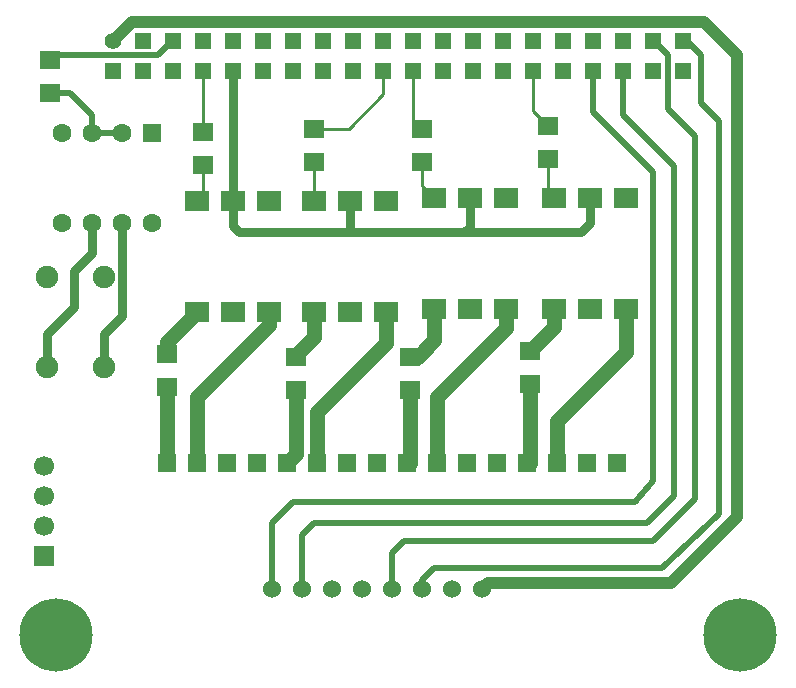
<source format=gbl>
G04 ---------------------------- Layer name :BOTTOM LAYER*
G04 Sat, 24 Nov 2018 04:00:05 GMT*
G04 67e7144068ef4060983f5ba8a8309223*
G04 Gerber Generator version 0.2*
G04 Scale: 100 percent, Rotated: No, Reflected: No *
G04 Dimensions in inches *
G04 leading zeros omitted , absolute positions ,2 integer and 4 decimal *
%FSLAX24Y24*%
%MOIN*%
G90*
G70D02*

%ADD10C,0.010000*%
%ADD12C,0.030000*%
%ADD13C,0.040000*%
%ADD15C,0.050000*%
%ADD16C,0.020000*%
%ADD17R,0.078740X0.070866*%
%ADD18R,0.070900X0.063000*%
%ADD20R,0.063000X0.063000*%
%ADD21C,0.063000*%
%ADD22C,0.075000*%
%ADD23R,0.066929X0.066929*%
%ADD24C,0.066929*%
%ADD25C,0.060000*%
%ADD26C,0.244100*%
%ADD27R,0.055700X0.055700*%
%ADD28C,0.055700*%
%ADD29R,0.062000X0.062000*%

G04 ---------------------------- copperAreaA Start*

G04 ---------------------------- copperAreaA End*

G04 ---------------------------- planeZoneA Start*

G04 ---------------------------- planeZoneA End*

G04 ---------------------------- Positive polarity*

%LPD*%

G04 ---------------------------- track start*
G54D12*
G01X2700Y15100D02*
G01X2700Y14100D01*
G01X2100Y13500D01*
G01X2100Y12300D01*
G01X1200Y11400D01*
G01X1200Y10300D01*
G01X3700Y15100D02*
G01X3700Y12000D01*
G01X3100Y11400D01*
G01X3100Y10300D01*
G54D13*
G01X15700Y2900D02*
G01X15900Y3100D01*
G01X22000Y3100D01*
G01X24200Y5300D01*
G01X24200Y17809D01*
G01X24200Y20698D01*
G01X23105Y21800D01*
G01X4030Y21800D01*
G01X3400Y21169D01*
G54D10*
G01X6400Y20169D02*
G01X6400Y19900D01*
G01X6400Y18150D01*
G01X6400Y18150D01*
G54D16*
G01X3700Y18100D02*
G01X2700Y18100D01*
G54D15*
G01X5200Y10750D02*
G01X5200Y11146D01*
G01X6206Y12151D01*
G01X5200Y9650D02*
G01X5200Y7100D01*
G01X8600Y12150D02*
G01X8625Y12125D01*
G01X8600Y11700D01*
G01X6200Y9300D01*
G01X6200Y7100D01*
G54D12*
G01X7400Y20169D02*
G01X7400Y15853D01*
G01X7397Y15850D01*
G54D10*
G01X6400Y17050D02*
G01X6400Y16048D01*
G01X6201Y15850D01*
G01X10101Y15850D02*
G01X10101Y17148D01*
G01X10100Y17150D01*
G01X10100Y18250D02*
G01X11250Y18250D01*
G01X12400Y19400D01*
G01X12400Y20169D01*
G01X12401Y20169D01*
G54D15*
G01X10106Y12150D02*
G01X10100Y11300D01*
G01X9500Y10700D01*
G01X9500Y10650D01*
G01X9500Y9550D02*
G01X9500Y7400D01*
G01X9200Y7100D01*
G01X10200Y7100D02*
G01X10200Y8800D01*
G01X12500Y11100D01*
G01X12500Y12150D01*
G54D10*
G01X13400Y20169D02*
G01X13400Y18550D01*
G01X13700Y18250D01*
G01X13700Y17150D02*
G01X13700Y16350D01*
G01X14100Y15950D01*
G54D12*
G01X15297Y15950D02*
G01X15297Y14996D01*
G01X15106Y14807D01*
G01X15400Y14800D01*
G01X12400Y14800D01*
G01X12400Y14800D02*
G01X7600Y14800D01*
G01X7400Y15000D01*
G01X7400Y15846D01*
G01X7397Y15850D01*
G01X11297Y15850D02*
G01X11297Y14871D01*
G01X11368Y14800D01*
G54D10*
G01X17400Y20169D02*
G01X17400Y18850D01*
G01X17900Y18350D01*
G01X17900Y17250D02*
G01X17900Y16150D01*
G01X18100Y15950D01*
G54D12*
G01X15297Y15950D02*
G01X15300Y14800D01*
G01X19000Y14800D01*
G01X19300Y15100D01*
G01X19300Y15946D01*
G01X19297Y15950D01*
G54D15*
G01X14106Y12251D02*
G01X14106Y11205D01*
G01X13550Y10650D01*
G01X13300Y10650D01*
G01X16500Y12250D02*
G01X16500Y11600D01*
G01X14200Y9300D01*
G01X14200Y7100D01*
G01X13200Y7100D02*
G01X13300Y7100D01*
G01X13300Y9550D01*
G01X18106Y12250D02*
G01X18106Y11655D01*
G01X17300Y10850D01*
G01X20500Y12250D02*
G01X20500Y10800D01*
G01X18200Y8500D01*
G01X18200Y7100D01*
G01X17200Y7100D02*
G01X17300Y7100D01*
G01X17300Y9750D01*
G54D16*
G01X19400Y20169D02*
G01X19400Y18800D01*
G01X21400Y16800D01*
G01X21400Y6500D01*
G01X20800Y5800D01*
G01X9400Y5800D01*
G01X8700Y5100D01*
G01X8700Y2900D01*
G01X20400Y20169D02*
G01X20400Y18700D01*
G01X22100Y17000D01*
G01X22100Y6000D01*
G01X21200Y5100D01*
G01X10100Y5100D01*
G01X9700Y4700D01*
G01X9700Y2900D01*
G01X22400Y21169D02*
G01X22531Y21169D01*
G01X23000Y20700D01*
G01X23000Y19100D01*
G01X23600Y18500D01*
G01X23600Y5400D01*
G01X21700Y3600D01*
G01X18900Y3600D01*
G01X14100Y3600D01*
G01X13700Y3200D01*
G01X13700Y2900D01*
G01X5400Y21169D02*
G01X5369Y21169D01*
G01X4900Y20700D01*
G01X1450Y20700D01*
G01X1300Y20550D01*
G01X1300Y19450D02*
G01X1950Y19450D01*
G01X2700Y18700D01*
G01X2700Y18100D01*
G01X21400Y21169D02*
G01X21431Y21169D01*
G01X21900Y20700D01*
G01X21900Y18900D01*
G01X22800Y18000D01*
G01X22800Y5900D01*
G01X21400Y4500D01*
G01X13100Y4500D01*
G01X12700Y4100D01*
G01X12700Y2900D01*

G04 ---------------------------- track end*

G04 ---------------------------- text start*

G04 ---------------------------- text end*

G04 ---------------------------- protractor start*

G04 ---------------------------- protractor end*

G04 ---------------------------- PAD Start*
G54D17*
G01X14100Y15950D03*
G01X16493Y15950D03*
G01X16499Y12250D03*
G01X15301Y12251D03*
G01X14105Y12251D03*
G01X15297Y15950D03*
G01X10100Y15850D03*
G01X11297Y15850D03*
G01X12493Y15850D03*
G01X12499Y12150D03*
G01X11301Y12151D03*
G01X10105Y12151D03*
G01X6200Y15850D03*
G01X7397Y15850D03*
G01X8593Y15850D03*
G01X8599Y12150D03*
G01X7401Y12151D03*
G01X6205Y12151D03*
G54D18*
G01X6400Y18150D03*
G01X6400Y17050D03*
G01X13300Y10650D03*
G01X13300Y9550D03*
G01X17300Y10850D03*
G01X17300Y9750D03*
G01X5200Y10750D03*
G01X5200Y9650D03*
G01X10100Y18250D03*
G01X10100Y17150D03*
G01X9500Y10650D03*
G01X9500Y9550D03*
G01X13700Y18250D03*
G01X13700Y17150D03*
G01X17900Y18350D03*
G01X17900Y17250D03*
G54D17*
G01X18100Y15950D03*
G01X19297Y15950D03*
G01X20493Y15950D03*
G01X20499Y12250D03*
G01X19301Y12251D03*
G01X18105Y12251D03*
G54D18*
G01X1300Y19450D03*
G01X1300Y20550D03*

G04 ---------------------------- PAD End*

G04 ---------------------------- ARC Start*

G04 ---------------------------- ARC End*

G04 ---------------------------- CIRCLE Start*

G04 ---------------------------- CIRCLE End*

G04 ---------------------------- RECT Start*

G04 ---------------------------- RECT End*

G04 ---------------------------- SOLIDREGION Start*

G04 ---------------------------- SOLIDREGION End*

G04 ---------------------------- ALL layer Pad Via Start*
G54D20*
G01X4700Y18100D03*
G54D21*
G01X3700Y18100D03*
G01X2700Y18100D03*
G01X1700Y18100D03*
G01X1700Y15100D03*
G01X2700Y15100D03*
G01X3700Y15100D03*
G01X4700Y15100D03*
G54D22*
G01X3100Y13300D03*
G01X3100Y10300D03*
G01X1200Y13300D03*
G01X1200Y10300D03*
G54D23*
G01X1100Y4000D03*
G54D24*
G01X1100Y5000D03*
G01X1100Y6000D03*
G01X1100Y7000D03*
G54D25*
G01X15700Y2900D03*
G01X14700Y2900D03*
G01X13700Y2900D03*
G01X12700Y2900D03*
G01X11700Y2900D03*
G01X10700Y2900D03*
G01X9700Y2900D03*
G01X8700Y2900D03*
G54D26*
G01X1480Y1380D03*
G01X24310Y1380D03*
G54D27*
G01X3400Y20169D03*
G01X4400Y20169D03*
G01X5400Y20169D03*
G01X6400Y20169D03*
G01X7400Y20169D03*
G01X8400Y20169D03*
G54D28*
G01X3400Y21169D03*
G54D27*
G01X4400Y21169D03*
G01X5400Y21169D03*
G01X6400Y21169D03*
G01X7400Y21169D03*
G01X8400Y21169D03*
G01X9400Y20169D03*
G01X9400Y21169D03*
G01X10400Y20169D03*
G01X11400Y20169D03*
G01X12400Y20169D03*
G01X13400Y20169D03*
G01X14400Y20169D03*
G01X15400Y20169D03*
G01X10400Y21169D03*
G01X11400Y21169D03*
G01X12400Y21169D03*
G01X13400Y21169D03*
G01X14400Y21169D03*
G01X15400Y21169D03*
G01X16400Y20169D03*
G01X16400Y21169D03*
G01X17400Y20169D03*
G01X18400Y20169D03*
G01X19400Y20169D03*
G01X20400Y20169D03*
G01X21400Y20169D03*
G01X22400Y20169D03*
G01X17400Y21169D03*
G01X18400Y21169D03*
G01X19400Y21169D03*
G01X20400Y21169D03*
G01X21400Y21169D03*
G01X22400Y21169D03*
G54D29*
G01X18200Y7100D03*
G01X17200Y7100D03*
G01X15200Y7100D03*
G01X16200Y7100D03*
G01X11200Y7100D03*
G01X12200Y7100D03*
G01X7200Y7100D03*
G01X8200Y7100D03*
G01X5200Y7100D03*
G01X6200Y7100D03*
G01X19200Y7100D03*
G01X20200Y7100D03*
G01X14200Y7100D03*
G01X13200Y7100D03*
G01X10200Y7100D03*
G01X9200Y7100D03*

G04 ---------------------------- ALL layer Pad Via End*
M00*
M02*

</source>
